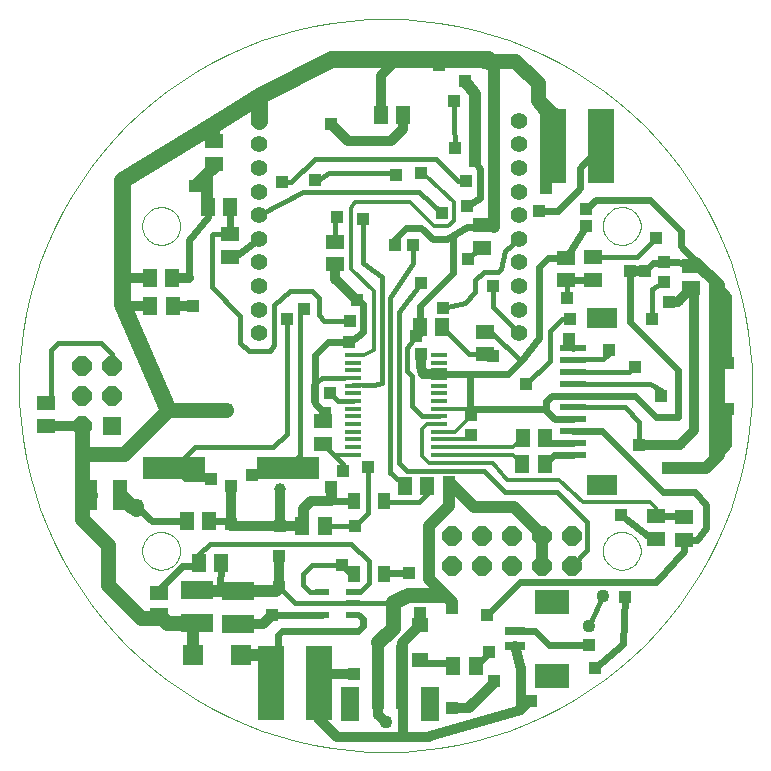
<source format=gtl>
G75*
G70*
%OFA0B0*%
%FSLAX24Y24*%
%IPPOS*%
%LPD*%
%AMOC8*
5,1,8,0,0,1.08239X$1,22.5*
%
%ADD10C,0.0000*%
%ADD11C,0.0039*%
%ADD12R,0.0640X0.0640*%
%ADD13OC8,0.0640*%
%ADD14R,0.0866X0.2480*%
%ADD15R,0.0472X0.0217*%
%ADD16R,0.0512X0.0591*%
%ADD17R,0.1063X0.0630*%
%ADD18R,0.0591X0.0512*%
%ADD19R,0.0551X0.0472*%
%ADD20R,0.0394X0.0433*%
%ADD21C,0.0555*%
%ADD22R,0.0866X0.0236*%
%ADD23R,0.1024X0.0709*%
%ADD24R,0.0433X0.0551*%
%ADD25R,0.0709X0.0315*%
%ADD26R,0.1181X0.0827*%
%ADD27R,0.0500X0.1000*%
%ADD28R,0.0550X0.0137*%
%ADD29R,0.2100X0.0760*%
%ADD30R,0.0709X0.0669*%
%ADD31R,0.0630X0.1181*%
%ADD32R,0.0394X0.2165*%
%ADD33C,0.0160*%
%ADD34C,0.0320*%
%ADD35C,0.0400*%
%ADD36C,0.0240*%
%ADD37R,0.0436X0.0436*%
%ADD38C,0.0120*%
%ADD39C,0.0500*%
%ADD40C,0.0436*%
%ADD41C,0.0397*%
%ADD42C,0.0217*%
%ADD43C,0.0560*%
D10*
X004232Y006830D02*
X004234Y006880D01*
X004240Y006930D01*
X004250Y006979D01*
X004264Y007027D01*
X004281Y007074D01*
X004302Y007119D01*
X004327Y007163D01*
X004355Y007204D01*
X004387Y007243D01*
X004421Y007280D01*
X004458Y007314D01*
X004498Y007344D01*
X004540Y007371D01*
X004584Y007395D01*
X004630Y007416D01*
X004677Y007432D01*
X004725Y007445D01*
X004775Y007454D01*
X004824Y007459D01*
X004875Y007460D01*
X004925Y007457D01*
X004974Y007450D01*
X005023Y007439D01*
X005071Y007424D01*
X005117Y007406D01*
X005162Y007384D01*
X005205Y007358D01*
X005246Y007329D01*
X005285Y007297D01*
X005321Y007262D01*
X005353Y007224D01*
X005383Y007184D01*
X005410Y007141D01*
X005433Y007097D01*
X005452Y007051D01*
X005468Y007003D01*
X005480Y006954D01*
X005488Y006905D01*
X005492Y006855D01*
X005492Y006805D01*
X005488Y006755D01*
X005480Y006706D01*
X005468Y006657D01*
X005452Y006609D01*
X005433Y006563D01*
X005410Y006519D01*
X005383Y006476D01*
X005353Y006436D01*
X005321Y006398D01*
X005285Y006363D01*
X005246Y006331D01*
X005205Y006302D01*
X005162Y006276D01*
X005117Y006254D01*
X005071Y006236D01*
X005023Y006221D01*
X004974Y006210D01*
X004925Y006203D01*
X004875Y006200D01*
X004824Y006201D01*
X004775Y006206D01*
X004725Y006215D01*
X004677Y006228D01*
X004630Y006244D01*
X004584Y006265D01*
X004540Y006289D01*
X004498Y006316D01*
X004458Y006346D01*
X004421Y006380D01*
X004387Y006417D01*
X004355Y006456D01*
X004327Y006497D01*
X004302Y006541D01*
X004281Y006586D01*
X004264Y006633D01*
X004250Y006681D01*
X004240Y006730D01*
X004234Y006780D01*
X004232Y006830D01*
X004232Y017657D02*
X004234Y017707D01*
X004240Y017757D01*
X004250Y017806D01*
X004264Y017854D01*
X004281Y017901D01*
X004302Y017946D01*
X004327Y017990D01*
X004355Y018031D01*
X004387Y018070D01*
X004421Y018107D01*
X004458Y018141D01*
X004498Y018171D01*
X004540Y018198D01*
X004584Y018222D01*
X004630Y018243D01*
X004677Y018259D01*
X004725Y018272D01*
X004775Y018281D01*
X004824Y018286D01*
X004875Y018287D01*
X004925Y018284D01*
X004974Y018277D01*
X005023Y018266D01*
X005071Y018251D01*
X005117Y018233D01*
X005162Y018211D01*
X005205Y018185D01*
X005246Y018156D01*
X005285Y018124D01*
X005321Y018089D01*
X005353Y018051D01*
X005383Y018011D01*
X005410Y017968D01*
X005433Y017924D01*
X005452Y017878D01*
X005468Y017830D01*
X005480Y017781D01*
X005488Y017732D01*
X005492Y017682D01*
X005492Y017632D01*
X005488Y017582D01*
X005480Y017533D01*
X005468Y017484D01*
X005452Y017436D01*
X005433Y017390D01*
X005410Y017346D01*
X005383Y017303D01*
X005353Y017263D01*
X005321Y017225D01*
X005285Y017190D01*
X005246Y017158D01*
X005205Y017129D01*
X005162Y017103D01*
X005117Y017081D01*
X005071Y017063D01*
X005023Y017048D01*
X004974Y017037D01*
X004925Y017030D01*
X004875Y017027D01*
X004824Y017028D01*
X004775Y017033D01*
X004725Y017042D01*
X004677Y017055D01*
X004630Y017071D01*
X004584Y017092D01*
X004540Y017116D01*
X004498Y017143D01*
X004458Y017173D01*
X004421Y017207D01*
X004387Y017244D01*
X004355Y017283D01*
X004327Y017324D01*
X004302Y017368D01*
X004281Y017413D01*
X004264Y017460D01*
X004250Y017508D01*
X004240Y017557D01*
X004234Y017607D01*
X004232Y017657D01*
X019586Y017657D02*
X019588Y017707D01*
X019594Y017757D01*
X019604Y017806D01*
X019618Y017854D01*
X019635Y017901D01*
X019656Y017946D01*
X019681Y017990D01*
X019709Y018031D01*
X019741Y018070D01*
X019775Y018107D01*
X019812Y018141D01*
X019852Y018171D01*
X019894Y018198D01*
X019938Y018222D01*
X019984Y018243D01*
X020031Y018259D01*
X020079Y018272D01*
X020129Y018281D01*
X020178Y018286D01*
X020229Y018287D01*
X020279Y018284D01*
X020328Y018277D01*
X020377Y018266D01*
X020425Y018251D01*
X020471Y018233D01*
X020516Y018211D01*
X020559Y018185D01*
X020600Y018156D01*
X020639Y018124D01*
X020675Y018089D01*
X020707Y018051D01*
X020737Y018011D01*
X020764Y017968D01*
X020787Y017924D01*
X020806Y017878D01*
X020822Y017830D01*
X020834Y017781D01*
X020842Y017732D01*
X020846Y017682D01*
X020846Y017632D01*
X020842Y017582D01*
X020834Y017533D01*
X020822Y017484D01*
X020806Y017436D01*
X020787Y017390D01*
X020764Y017346D01*
X020737Y017303D01*
X020707Y017263D01*
X020675Y017225D01*
X020639Y017190D01*
X020600Y017158D01*
X020559Y017129D01*
X020516Y017103D01*
X020471Y017081D01*
X020425Y017063D01*
X020377Y017048D01*
X020328Y017037D01*
X020279Y017030D01*
X020229Y017027D01*
X020178Y017028D01*
X020129Y017033D01*
X020079Y017042D01*
X020031Y017055D01*
X019984Y017071D01*
X019938Y017092D01*
X019894Y017116D01*
X019852Y017143D01*
X019812Y017173D01*
X019775Y017207D01*
X019741Y017244D01*
X019709Y017283D01*
X019681Y017324D01*
X019656Y017368D01*
X019635Y017413D01*
X019618Y017460D01*
X019604Y017508D01*
X019594Y017557D01*
X019588Y017607D01*
X019586Y017657D01*
X019586Y006830D02*
X019588Y006880D01*
X019594Y006930D01*
X019604Y006979D01*
X019618Y007027D01*
X019635Y007074D01*
X019656Y007119D01*
X019681Y007163D01*
X019709Y007204D01*
X019741Y007243D01*
X019775Y007280D01*
X019812Y007314D01*
X019852Y007344D01*
X019894Y007371D01*
X019938Y007395D01*
X019984Y007416D01*
X020031Y007432D01*
X020079Y007445D01*
X020129Y007454D01*
X020178Y007459D01*
X020229Y007460D01*
X020279Y007457D01*
X020328Y007450D01*
X020377Y007439D01*
X020425Y007424D01*
X020471Y007406D01*
X020516Y007384D01*
X020559Y007358D01*
X020600Y007329D01*
X020639Y007297D01*
X020675Y007262D01*
X020707Y007224D01*
X020737Y007184D01*
X020764Y007141D01*
X020787Y007097D01*
X020806Y007051D01*
X020822Y007003D01*
X020834Y006954D01*
X020842Y006905D01*
X020846Y006855D01*
X020846Y006805D01*
X020842Y006755D01*
X020834Y006706D01*
X020822Y006657D01*
X020806Y006609D01*
X020787Y006563D01*
X020764Y006519D01*
X020737Y006476D01*
X020707Y006436D01*
X020675Y006398D01*
X020639Y006363D01*
X020600Y006331D01*
X020559Y006302D01*
X020516Y006276D01*
X020471Y006254D01*
X020425Y006236D01*
X020377Y006221D01*
X020328Y006210D01*
X020279Y006203D01*
X020229Y006200D01*
X020178Y006201D01*
X020129Y006206D01*
X020079Y006215D01*
X020031Y006228D01*
X019984Y006244D01*
X019938Y006265D01*
X019894Y006289D01*
X019852Y006316D01*
X019812Y006346D01*
X019775Y006380D01*
X019741Y006417D01*
X019709Y006456D01*
X019681Y006497D01*
X019656Y006541D01*
X019635Y006586D01*
X019618Y006633D01*
X019604Y006681D01*
X019594Y006730D01*
X019588Y006780D01*
X019586Y006830D01*
D11*
X000123Y012342D02*
X000138Y012942D01*
X000182Y013540D01*
X000255Y014135D01*
X000358Y014726D01*
X000489Y015311D01*
X000649Y015889D01*
X000837Y016458D01*
X001053Y017018D01*
X001296Y017566D01*
X001566Y018102D01*
X001861Y018624D01*
X002182Y019131D01*
X002528Y019621D01*
X002897Y020094D01*
X003288Y020548D01*
X003702Y020982D01*
X004136Y021396D01*
X004590Y021787D01*
X005063Y022156D01*
X005553Y022502D01*
X006060Y022823D01*
X006582Y023118D01*
X007118Y023388D01*
X007666Y023631D01*
X008226Y023847D01*
X008795Y024035D01*
X009373Y024195D01*
X009958Y024326D01*
X010549Y024429D01*
X011144Y024502D01*
X011742Y024546D01*
X012342Y024561D01*
X012942Y024546D01*
X013540Y024502D01*
X014135Y024429D01*
X014726Y024326D01*
X015311Y024195D01*
X015889Y024035D01*
X016458Y023847D01*
X017018Y023631D01*
X017566Y023388D01*
X018102Y023118D01*
X018624Y022823D01*
X019131Y022502D01*
X019621Y022156D01*
X020094Y021787D01*
X020548Y021396D01*
X020982Y020982D01*
X021396Y020548D01*
X021787Y020094D01*
X022156Y019621D01*
X022502Y019131D01*
X022823Y018624D01*
X023118Y018102D01*
X023388Y017566D01*
X023631Y017018D01*
X023847Y016458D01*
X024035Y015889D01*
X024195Y015311D01*
X024326Y014726D01*
X024429Y014135D01*
X024502Y013540D01*
X024546Y012942D01*
X024561Y012342D01*
X024546Y011742D01*
X024502Y011144D01*
X024429Y010549D01*
X024326Y009958D01*
X024195Y009373D01*
X024035Y008795D01*
X023847Y008226D01*
X023631Y007666D01*
X023388Y007118D01*
X023118Y006582D01*
X022823Y006060D01*
X022502Y005553D01*
X022156Y005063D01*
X021787Y004590D01*
X021396Y004136D01*
X020982Y003702D01*
X020548Y003288D01*
X020094Y002897D01*
X019621Y002528D01*
X019131Y002182D01*
X018624Y001861D01*
X018102Y001566D01*
X017566Y001296D01*
X017018Y001053D01*
X016458Y000837D01*
X015889Y000649D01*
X015311Y000489D01*
X014726Y000358D01*
X014135Y000255D01*
X013540Y000182D01*
X012942Y000138D01*
X012342Y000123D01*
X011742Y000138D01*
X011144Y000182D01*
X010549Y000255D01*
X009958Y000358D01*
X009373Y000489D01*
X008795Y000649D01*
X008226Y000837D01*
X007666Y001053D01*
X007118Y001296D01*
X006582Y001566D01*
X006060Y001861D01*
X005553Y002182D01*
X005063Y002528D01*
X004590Y002897D01*
X004136Y003288D01*
X003702Y003702D01*
X003288Y004136D01*
X002897Y004590D01*
X002528Y005063D01*
X002182Y005553D01*
X001861Y006060D01*
X001566Y006582D01*
X001296Y007118D01*
X001053Y007666D01*
X000837Y008226D01*
X000649Y008795D01*
X000489Y009373D01*
X000358Y009958D01*
X000255Y010549D01*
X000182Y011144D01*
X000138Y011742D01*
X000123Y012342D01*
D12*
X003220Y010996D03*
D13*
X003220Y011996D03*
X003220Y012996D03*
X002220Y012996D03*
X002220Y011996D03*
X002220Y010996D03*
X014547Y007330D03*
X014547Y006330D03*
X015547Y006330D03*
X015547Y007330D03*
X016547Y007330D03*
X016547Y006330D03*
X017547Y006330D03*
X018547Y006330D03*
X018547Y007330D03*
X017547Y007330D03*
D14*
X010126Y002425D03*
X008511Y002425D03*
X017921Y020330D03*
X019535Y020330D03*
D15*
X011252Y005452D03*
X011252Y005078D03*
X011252Y004704D03*
X010228Y004704D03*
X010228Y005452D03*
D16*
X010314Y007673D03*
X009566Y007673D03*
X006858Y006433D03*
X006110Y006433D03*
X006464Y007811D03*
X005716Y007811D03*
X005244Y014976D03*
X004496Y014976D03*
X004476Y015940D03*
X005224Y015940D03*
X006409Y018291D03*
X007157Y018291D03*
X012192Y021374D03*
X012940Y021374D03*
X013488Y014295D03*
X014236Y014295D03*
X016917Y010606D03*
X017665Y010606D03*
X017645Y009740D03*
X016897Y009740D03*
X013732Y008980D03*
X012984Y008980D03*
X014598Y002976D03*
X015346Y002976D03*
D17*
X007409Y004401D03*
X007409Y005503D03*
X006055Y005527D03*
X006055Y004425D03*
D18*
X004783Y004689D03*
X004783Y005437D03*
X001039Y010996D03*
X001039Y011744D03*
X007149Y016641D03*
X007149Y017389D03*
X006610Y019736D03*
X006610Y020484D03*
X010673Y017133D03*
X010673Y016385D03*
X015566Y016940D03*
X015566Y017689D03*
X018362Y016606D03*
X018362Y015858D03*
X019255Y015874D03*
X019255Y016622D03*
X022523Y016326D03*
X022523Y015578D03*
X015665Y014137D03*
X015665Y013389D03*
X010259Y011149D03*
X010259Y010401D03*
X021342Y007976D03*
X021342Y007228D03*
X022287Y007196D03*
X022287Y007944D03*
D19*
X013492Y004374D03*
X013492Y003192D03*
D20*
X015192Y010700D03*
X015192Y011370D03*
X021610Y015799D03*
X021610Y016468D03*
D21*
X016791Y016444D03*
X016791Y015657D03*
X016791Y014870D03*
X016791Y014082D03*
X016791Y017232D03*
X016791Y018019D03*
X016791Y018807D03*
X016791Y019594D03*
X016791Y020381D03*
X016791Y021169D03*
X008129Y021169D03*
X008129Y020381D03*
X008129Y019594D03*
X008129Y018807D03*
X008129Y018019D03*
X008129Y017232D03*
X008129Y016444D03*
X008129Y015657D03*
X008129Y014870D03*
X008129Y014082D03*
D22*
X018598Y013582D03*
X018598Y013189D03*
X018598Y012795D03*
X018598Y012401D03*
X018598Y012007D03*
X018598Y011614D03*
X018598Y011220D03*
X018598Y010826D03*
X018598Y010433D03*
X018598Y010039D03*
D23*
X019543Y009015D03*
X019543Y014606D03*
D24*
X012283Y008492D03*
X011283Y008492D03*
X011283Y006051D03*
X012283Y006051D03*
D25*
X016665Y004143D03*
X016665Y003651D03*
D26*
X017895Y002667D03*
X017895Y005127D03*
D27*
X003496Y008692D03*
X002496Y008692D03*
D28*
X011249Y010033D03*
X011249Y010289D03*
X011249Y010545D03*
X011249Y010801D03*
X011249Y011057D03*
X011249Y011313D03*
X011249Y011568D03*
X011249Y011824D03*
X011249Y012080D03*
X011249Y012336D03*
X011249Y012592D03*
X011249Y012848D03*
X011249Y013104D03*
X011249Y013360D03*
X014128Y013360D03*
X014128Y013104D03*
X014128Y012848D03*
X014128Y012592D03*
X014128Y012336D03*
X014128Y012080D03*
X014128Y011824D03*
X014128Y011568D03*
X014128Y011313D03*
X014128Y011057D03*
X014128Y010801D03*
X014128Y010545D03*
X014128Y010289D03*
X014128Y010033D03*
D29*
X009081Y009594D03*
X005281Y009594D03*
D30*
X005921Y003374D03*
X007535Y003374D03*
D31*
X011161Y001724D03*
X013838Y001724D03*
D32*
X012893Y002618D03*
X012106Y002618D03*
D33*
X011476Y004665D02*
X011437Y004704D01*
X011252Y004704D01*
X011252Y005078D02*
X011271Y005098D01*
X012657Y005098D01*
X012972Y005413D01*
X014311Y005413D01*
X014547Y005177D01*
X014547Y004940D01*
X014196Y005531D02*
X014153Y005531D01*
X013799Y005885D01*
X011791Y005767D02*
X011791Y006476D01*
X011200Y007066D01*
X006476Y007066D01*
X006122Y006712D01*
X006122Y006484D01*
X006110Y006433D01*
X008799Y005610D02*
X009330Y005078D01*
X011252Y005078D01*
X011252Y005452D02*
X011476Y005452D01*
X011791Y005767D01*
X010885Y006358D02*
X009901Y006358D01*
X009586Y006043D01*
X009586Y005689D01*
X009822Y005452D01*
X010228Y005452D01*
X010409Y007657D02*
X010314Y007673D01*
X010409Y007657D02*
X011318Y007657D01*
X011751Y008090D01*
X011751Y009626D01*
X012500Y009429D02*
X012535Y009429D01*
X012984Y008980D01*
X013051Y009507D02*
X015610Y009507D01*
X016318Y008799D01*
X018051Y008799D01*
X019074Y007775D01*
X019074Y006858D01*
X018547Y006330D01*
X019586Y005334D02*
X019468Y005059D01*
X019114Y004311D01*
X013759Y008759D02*
X013759Y008952D01*
X013732Y008980D01*
X013759Y008759D02*
X013472Y008472D01*
X012263Y008472D01*
X012500Y009429D02*
X012500Y015255D01*
X013248Y016437D01*
X013248Y017027D01*
X012224Y015964D02*
X012224Y012421D01*
X011948Y012342D01*
X011594Y012342D01*
X010964Y012578D02*
X010216Y012578D01*
X009940Y012342D01*
X009940Y011830D01*
X010334Y011437D01*
X010259Y011472D02*
X010259Y011149D01*
X010773Y011824D02*
X010492Y012106D01*
X010773Y011824D02*
X011249Y011824D01*
X010259Y010401D02*
X010925Y009736D01*
X010925Y009507D01*
X010610Y008917D02*
X010610Y008602D01*
X010531Y008523D01*
X010492Y008484D01*
X009901Y008484D01*
X009547Y008129D01*
X009547Y007736D01*
X009468Y007657D01*
X008838Y007657D01*
X008837Y009350D02*
X007893Y009350D01*
X008837Y009350D02*
X009081Y009594D01*
X009507Y010021D01*
X009507Y014783D01*
X009626Y014901D01*
X010137Y014704D02*
X010295Y014507D01*
X011161Y014507D01*
X010137Y014704D02*
X010137Y015255D01*
X009901Y015492D01*
X009153Y015492D01*
X008641Y015019D01*
X008641Y013681D01*
X008484Y013484D01*
X007775Y013484D01*
X007500Y013759D01*
X007500Y014665D01*
X006555Y015610D01*
X006555Y017342D01*
X006602Y017389D01*
X007114Y017389D01*
X008129Y018019D02*
X008137Y018019D01*
X009586Y018799D01*
X013444Y018799D01*
X014232Y018090D01*
X014744Y019153D02*
X014035Y019901D01*
X009980Y019901D01*
X009192Y019114D01*
X008877Y019114D01*
X009980Y019192D02*
X010098Y019192D01*
X010452Y019429D01*
X012657Y019429D01*
X012696Y019350D01*
X011594Y017893D02*
X011594Y016437D01*
X012224Y015964D01*
X012775Y014783D02*
X013523Y015767D01*
X014271Y014940D02*
X014980Y015098D01*
X015334Y015452D01*
X015334Y015846D01*
X015610Y016122D01*
X016082Y016122D01*
X016200Y016240D01*
X016318Y016838D01*
X016791Y017232D01*
X015952Y017618D02*
X015566Y017689D01*
X015566Y016940D02*
X015484Y016940D01*
X015098Y016555D01*
X015925Y015649D02*
X015925Y014948D01*
X016791Y014082D01*
X015862Y014137D02*
X016850Y013149D01*
X017027Y012381D02*
X017814Y013169D01*
X017814Y014153D01*
X018208Y014547D01*
X018484Y014547D01*
X018405Y015255D02*
X018405Y015814D01*
X018362Y015858D01*
X019255Y016622D02*
X020716Y016622D01*
X021358Y017263D01*
X021610Y015799D02*
X021232Y015563D01*
X021240Y014547D01*
X020649Y012972D02*
X020452Y012775D01*
X018618Y012775D01*
X018598Y012795D01*
X018598Y012401D02*
X018618Y012381D01*
X021161Y012381D01*
X021515Y012185D01*
X021515Y011988D01*
X020807Y011122D02*
X020334Y011633D01*
X018618Y011633D01*
X018598Y011614D01*
X018598Y013189D02*
X018618Y013208D01*
X019586Y013208D01*
X019783Y013405D01*
X019783Y013523D01*
X020807Y011122D02*
X020807Y010374D01*
X015925Y013326D02*
X015728Y013326D01*
X015665Y013389D01*
X015141Y013389D01*
X014236Y014295D01*
X013488Y014295D02*
X013488Y014039D01*
X013366Y013996D01*
X013051Y013602D01*
X013051Y012814D01*
X013208Y012657D01*
X013208Y011673D01*
X013568Y011313D01*
X014128Y011313D01*
X012775Y009744D02*
X013051Y009507D01*
X012775Y009744D02*
X012775Y014783D01*
X010673Y017133D02*
X010673Y017877D01*
X010728Y017972D01*
X009074Y014547D02*
X009074Y010728D01*
X008602Y010295D01*
X005981Y010295D01*
X005281Y009594D01*
X005643Y009232D01*
X006515Y009232D01*
X009081Y009594D02*
X009112Y009626D01*
X009547Y009626D01*
X009626Y009665D01*
X015665Y014137D02*
X015862Y014137D01*
X015019Y019153D02*
X014744Y019153D01*
X014665Y020255D02*
X014626Y021161D01*
X014626Y021830D01*
X003220Y013393D02*
X003220Y012996D01*
X003220Y013393D02*
X002854Y013759D01*
X001437Y013759D01*
X001200Y013523D01*
X001200Y011905D01*
X001039Y011744D01*
D34*
X001035Y010996D02*
X001003Y010964D01*
X001035Y010996D02*
X001039Y010996D01*
X002220Y010996D01*
X003645Y014976D02*
X003563Y015059D01*
X003645Y014976D02*
X004496Y014976D01*
X005244Y014976D02*
X005921Y014976D01*
X005925Y014980D01*
X005783Y015940D02*
X005224Y015940D01*
X004476Y015940D02*
X003657Y015940D01*
X003563Y015846D01*
X007185Y009035D02*
X007185Y008996D01*
X007185Y007736D01*
X007185Y007657D01*
X008838Y007657D01*
X009586Y007657D01*
X009586Y008208D01*
X009862Y008484D01*
X009901Y008484D01*
X010531Y008484D01*
X010531Y008523D01*
X010531Y008956D01*
X009566Y007673D02*
X008854Y007673D01*
X008838Y007657D01*
X008838Y008877D01*
X008799Y006673D02*
X008799Y005610D01*
X008563Y004704D02*
X008259Y004401D01*
X007409Y004401D01*
X010078Y002417D02*
X010437Y002775D01*
X010452Y002775D01*
X010492Y002736D01*
X011279Y002736D01*
X010437Y002736D01*
X010126Y002425D01*
X010078Y002417D02*
X010078Y001259D01*
X010728Y000610D01*
X012933Y000610D01*
X012933Y002381D01*
X012854Y002460D01*
X012893Y002618D01*
X012893Y003759D01*
X013484Y004350D01*
X013484Y004744D01*
X013492Y004736D01*
X013492Y004374D01*
X014192Y005374D02*
X014196Y005531D01*
X012106Y003641D02*
X012106Y002618D01*
X012106Y001358D01*
X012342Y001122D01*
X012933Y000610D02*
X013799Y000610D01*
X013838Y000649D01*
X016850Y001535D01*
X016862Y002885D01*
X016665Y003651D01*
X015964Y002500D02*
X015964Y002421D01*
X015137Y001594D01*
X015098Y001594D01*
X015295Y001791D01*
X015098Y001594D02*
X014547Y001594D01*
X012106Y002460D02*
X012106Y002618D01*
X012263Y008472D02*
X012283Y008492D01*
X013602Y012736D02*
X013956Y012736D01*
X013602Y012736D02*
X013523Y012972D01*
X013523Y013405D01*
X011397Y015177D02*
X010673Y015901D01*
X010673Y016385D01*
X011082Y020492D02*
X010531Y021043D01*
X011082Y020492D02*
X012539Y020492D01*
X012933Y020885D01*
X012933Y021358D01*
X012940Y021366D01*
X012940Y021374D01*
X012192Y021374D02*
X012192Y022665D01*
X012736Y023208D01*
X017657Y021555D02*
X017696Y018917D01*
X017921Y020330D02*
X018000Y021370D01*
X020492Y016161D02*
X021003Y016161D01*
X021791Y015137D02*
X022082Y015137D01*
X022523Y015578D01*
X022618Y015484D01*
X022618Y010846D01*
X022145Y010374D01*
X020807Y010374D01*
D35*
X021751Y009586D02*
X023011Y009586D01*
X023444Y010019D01*
X023444Y015681D01*
X022696Y016429D01*
X015952Y017618D02*
X015952Y023078D01*
X015777Y023186D01*
X015767Y023169D01*
X014980Y022500D02*
X015334Y022066D01*
X015334Y019822D01*
X006610Y019736D02*
X006610Y019602D01*
X006397Y019389D01*
X006003Y018996D01*
X006397Y019389D02*
X006397Y018224D01*
X006409Y018291D01*
X006610Y020484D02*
X006610Y021054D01*
X006608Y021056D01*
X014468Y009114D02*
X014468Y008326D01*
X013799Y007657D01*
X013799Y005885D01*
X014547Y005137D01*
X014547Y004940D01*
X012106Y003799D02*
X012106Y003641D01*
X008799Y005610D02*
X008692Y005503D01*
X007409Y005503D01*
X007393Y005488D01*
X006785Y005506D01*
X006055Y005527D01*
X006055Y004425D02*
X005921Y004212D01*
X005921Y003374D01*
X007535Y003374D02*
X008437Y003374D01*
X008444Y003366D01*
X008444Y002775D01*
X008444Y002492D01*
X008511Y002425D01*
X014468Y009114D02*
X015295Y008287D01*
X016633Y008287D01*
X017547Y007374D01*
X017547Y007330D01*
X017547Y006330D01*
D36*
X016830Y005807D02*
X015728Y004704D01*
X016665Y004143D02*
X017313Y004143D01*
X017775Y003681D01*
X019114Y003681D01*
X019311Y002933D02*
X020255Y003720D01*
X020334Y005295D01*
X021358Y005807D02*
X016830Y005807D01*
X015807Y003444D02*
X015807Y003437D01*
X015346Y002976D01*
X014598Y002976D02*
X014484Y003090D01*
X013681Y003090D01*
X013578Y003192D01*
X013492Y003192D01*
X011594Y004311D02*
X011437Y004153D01*
X008877Y004153D01*
X008759Y004035D01*
X008759Y003090D01*
X008444Y002775D01*
X008511Y002425D02*
X008838Y002751D01*
X011594Y004311D02*
X011594Y004547D01*
X011476Y004665D01*
X011283Y006051D02*
X011192Y006051D01*
X010885Y006358D01*
X012283Y006051D02*
X012314Y006082D01*
X013129Y006082D01*
X011283Y008492D02*
X009909Y008492D01*
X009901Y008484D01*
X009665Y008248D01*
X009665Y007771D01*
X009566Y007673D01*
X007185Y007736D02*
X007110Y007811D01*
X006464Y007811D01*
X005716Y007811D02*
X004551Y007811D01*
X004035Y008326D01*
X005570Y006318D02*
X005956Y006318D01*
X006110Y006433D01*
X005570Y006318D02*
X004783Y005531D01*
X004783Y005437D01*
X006011Y004468D02*
X006055Y004425D01*
X006785Y005506D02*
X006818Y005539D01*
X006858Y006433D01*
X010295Y011437D02*
X010259Y011472D01*
X009980Y011751D01*
X009980Y013354D01*
X010433Y013807D01*
X011114Y013807D01*
X011122Y013799D01*
X011122Y013759D02*
X011594Y014114D01*
X011594Y015059D01*
X011397Y015177D01*
X012657Y017027D02*
X012657Y017224D01*
X012696Y017263D01*
X013011Y017578D01*
X013523Y017578D01*
X013917Y017224D01*
X014389Y017224D01*
X015059Y017618D01*
X015952Y017618D01*
X015492Y018602D02*
X015059Y018326D01*
X015492Y018602D02*
X015492Y019547D01*
X015334Y019822D01*
X017460Y018169D02*
X018090Y018169D01*
X018838Y018917D01*
X018838Y019594D01*
X019535Y020330D01*
X019350Y018523D02*
X019035Y018208D01*
X019350Y018523D02*
X021161Y018523D01*
X022185Y017500D01*
X022185Y016988D01*
X023759Y015334D01*
X023759Y013090D01*
X023759Y013011D01*
X023759Y011555D02*
X023759Y010344D01*
X023090Y009674D01*
X023208Y009940D01*
X023208Y015885D01*
X022696Y016429D02*
X022523Y016326D01*
X022696Y016429D02*
X021610Y016468D01*
X021271Y016429D01*
X021003Y016161D01*
X020492Y016161D02*
X020492Y014468D01*
X022106Y012854D01*
X022106Y011279D01*
X021358Y011279D01*
X020649Y011988D01*
X018618Y011988D01*
X018598Y012007D01*
X018500Y011988D01*
X017893Y011988D01*
X017696Y011830D01*
X017696Y011673D01*
X017578Y011555D01*
X015466Y011555D01*
X015452Y011568D01*
X015649Y011555D02*
X015228Y011555D01*
X015149Y011633D01*
X015149Y012629D01*
X015255Y012736D01*
X016437Y012736D01*
X016850Y013149D01*
X017460Y013917D01*
X017460Y016279D01*
X017748Y016606D01*
X018362Y016606D01*
X018366Y016594D02*
X018523Y016870D01*
X019035Y017657D01*
X019255Y015874D02*
X019240Y015858D01*
X018362Y015858D01*
X018444Y013877D02*
X018444Y013736D01*
X018598Y013582D01*
X017696Y011673D02*
X017696Y011594D01*
X017696Y011476D01*
X017992Y011220D01*
X018598Y011220D01*
X018598Y010826D02*
X019566Y010826D01*
X021594Y008799D01*
X022657Y008799D01*
X023011Y008366D01*
X023011Y007578D01*
X022708Y007196D01*
X022287Y007196D01*
X022287Y006814D01*
X021358Y005807D01*
X021342Y007228D02*
X021236Y007228D01*
X020177Y008011D01*
X021358Y007992D02*
X022240Y007992D01*
X022287Y007944D01*
X021751Y009586D02*
X023051Y009586D01*
X023090Y009674D01*
X018598Y010039D02*
X017944Y010039D01*
X017645Y009740D01*
X017838Y010433D02*
X017665Y010606D01*
X017838Y010433D02*
X018598Y010433D01*
X015149Y011291D02*
X015149Y011633D01*
X015255Y012736D02*
X013956Y012736D01*
X013366Y013996D02*
X013484Y014114D01*
X013484Y014980D01*
X014586Y016082D01*
X014586Y017342D01*
X012775Y017342D02*
X012696Y017263D01*
X008129Y017232D02*
X007263Y016602D01*
X007149Y016641D01*
X007114Y017389D02*
X007149Y017389D01*
X007149Y018283D01*
X007157Y018291D01*
X006437Y018263D02*
X006437Y017972D01*
X005783Y017200D01*
X005783Y015940D01*
X006437Y018263D02*
X006409Y018291D01*
X010295Y011437D02*
X010334Y011437D01*
X017185Y001830D02*
X017027Y001673D01*
X016850Y001535D01*
X014114Y023011D02*
X014232Y023208D01*
D37*
X014114Y023011D03*
X014980Y022500D03*
X014626Y021830D03*
X014665Y020255D03*
X015334Y019822D03*
X015019Y019153D03*
X015059Y018326D03*
X014232Y018090D03*
X013248Y017027D03*
X012657Y017027D03*
X011594Y017893D03*
X010728Y017972D03*
X009980Y019192D03*
X008877Y019114D03*
X010531Y021043D03*
X012696Y019350D03*
X013523Y019429D03*
X015098Y016555D03*
X015925Y015649D03*
X014271Y014940D03*
X013523Y015767D03*
X013366Y013996D03*
X013523Y013405D03*
X011397Y015177D03*
X011161Y014507D03*
X011122Y013799D03*
X010492Y012106D03*
X010334Y011437D03*
X010925Y009507D03*
X010531Y008956D03*
X011751Y009626D03*
X011318Y007657D03*
X010885Y006358D03*
X008799Y006673D03*
X008838Y007657D03*
X007185Y007736D03*
X007185Y008996D03*
X007893Y009350D03*
X006515Y009232D03*
X007027Y011515D03*
X009074Y014547D03*
X009626Y014901D03*
X005925Y014980D03*
X006003Y018996D03*
X015925Y013326D03*
X017027Y012381D03*
X018444Y013877D03*
X018484Y014547D03*
X018405Y015255D03*
X019783Y013523D03*
X020649Y012972D03*
X021515Y011988D03*
X020807Y010374D03*
X021751Y009586D03*
X020177Y008011D03*
X020334Y005295D03*
X019114Y003681D03*
X019311Y002933D03*
X017185Y001830D03*
X015964Y002500D03*
X015807Y003444D03*
X015728Y004704D03*
X014547Y004940D03*
X013484Y004744D03*
X013129Y006082D03*
X014468Y009114D03*
X008799Y005610D03*
X008563Y004704D03*
X011279Y002736D03*
X014547Y001594D03*
X023759Y011555D03*
X023759Y013090D03*
X021791Y015137D03*
X021240Y014547D03*
X021003Y016161D03*
X020492Y016161D03*
X021358Y017263D03*
X019035Y017657D03*
X019035Y018208D03*
X017696Y018917D03*
X017460Y018169D03*
X004035Y008326D03*
D38*
X010259Y010401D02*
X010627Y010033D01*
X011249Y010033D01*
X011249Y012336D02*
X011255Y012342D01*
X011594Y012342D01*
X011249Y012592D02*
X011235Y012578D01*
X010964Y012578D01*
X011249Y013360D02*
X011627Y013360D01*
X011948Y013523D01*
X011948Y015492D01*
X011200Y016240D01*
X011200Y018248D01*
X011318Y018444D01*
X013169Y018444D01*
X013956Y017657D01*
X014429Y017657D01*
X014626Y017814D01*
X014626Y018444D01*
X013681Y019311D01*
X013523Y019429D01*
X014068Y012848D02*
X013956Y012736D01*
X013984Y012736D01*
X014128Y012592D01*
X014128Y012848D02*
X014068Y012848D01*
X014128Y011568D02*
X015452Y011568D01*
X015635Y011568D01*
X015649Y011555D01*
X015192Y011370D02*
X015149Y011291D01*
X014665Y010807D01*
X014134Y010807D01*
X014128Y010801D01*
X014128Y011057D02*
X013734Y011057D01*
X013563Y010885D01*
X013563Y009980D01*
X013799Y009744D01*
X015925Y009744D01*
X016397Y009192D01*
X018129Y009192D01*
X018917Y008444D01*
X021161Y008444D01*
X021358Y008248D01*
X021358Y007992D01*
X021342Y007976D01*
X017696Y011594D02*
X017671Y011568D01*
X016917Y010606D02*
X016600Y010289D01*
X014128Y010289D01*
X014128Y010545D02*
X015116Y010545D01*
X015192Y010700D01*
X014757Y011568D02*
X014128Y011568D01*
X014128Y010033D02*
X016604Y010033D01*
X016897Y009740D01*
D39*
X004192Y004586D02*
X003090Y005689D01*
X003090Y007027D01*
X002220Y007897D01*
X002220Y008641D01*
X002444Y008641D01*
X002496Y008692D01*
X002220Y008641D02*
X002220Y010137D01*
X002299Y010059D01*
X003641Y010059D01*
X005098Y011515D01*
X007027Y011515D01*
X004035Y008326D02*
X003862Y008326D01*
X003496Y008692D01*
X004035Y008326D02*
X004035Y008208D01*
X002220Y010137D02*
X002220Y010996D01*
X004192Y004586D02*
X004681Y004586D01*
X004783Y004689D01*
X005047Y004425D01*
X006055Y004425D01*
X012106Y003799D02*
X012578Y004271D01*
X012578Y005137D01*
X013090Y005374D01*
X014192Y005374D01*
X017921Y021370D02*
X017421Y021870D01*
X017657Y021555D01*
X017921Y021370D02*
X018000Y021370D01*
X017421Y021870D02*
X017421Y022421D01*
X016673Y023169D01*
X015610Y023169D01*
X015570Y023208D01*
D40*
X019586Y005334D03*
X019114Y004311D03*
X012342Y001122D03*
D41*
X008838Y008877D03*
D42*
X008563Y004704D02*
X010228Y004704D01*
D43*
X005098Y011515D02*
X003563Y015059D01*
X003563Y015846D01*
X003563Y019192D01*
X006608Y021056D01*
X008129Y021988D01*
X008129Y021169D01*
X008129Y021988D02*
X010531Y023208D01*
X012736Y023208D01*
X014232Y023208D01*
X015570Y023208D01*
X015767Y023208D01*
X015767Y023169D01*
M02*

</source>
